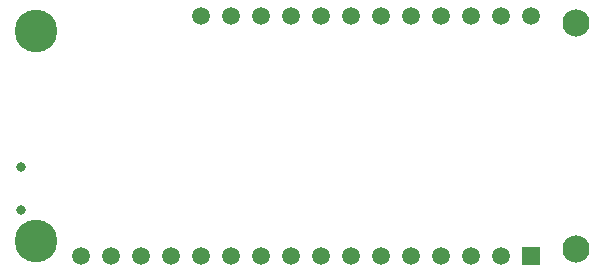
<source format=gts>
G04*
G04 #@! TF.GenerationSoftware,Altium Limited,Altium Designer,24.2.2 (26)*
G04*
G04 Layer_Color=8388736*
%FSLAX25Y25*%
%MOIN*%
G70*
G04*
G04 #@! TF.SameCoordinates,2439F8CB-51F8-4C0C-9BB0-1E6E72BC7716*
G04*
G04*
G04 #@! TF.FilePolarity,Negative*
G04*
G01*
G75*
%ADD13C,0.09061*%
%ADD14C,0.14243*%
%ADD15C,0.03150*%
%ADD16C,0.05943*%
%ADD17R,0.05943X0.05943*%
D13*
X90000Y-37750D02*
D03*
Y37500D02*
D03*
D14*
X-90000Y-35000D02*
D03*
Y35000D02*
D03*
D15*
X-95000Y-10315D02*
D03*
Y-24685D02*
D03*
D16*
X-75000Y-40000D02*
D03*
X-45000D02*
D03*
X75000Y40000D02*
D03*
X65000D02*
D03*
X55000D02*
D03*
X45000D02*
D03*
X35000D02*
D03*
X25000D02*
D03*
X15000D02*
D03*
X5000D02*
D03*
X-5000D02*
D03*
X-15000D02*
D03*
X-25000D02*
D03*
X-35000D02*
D03*
X65000Y-40000D02*
D03*
X55000D02*
D03*
X45000D02*
D03*
X35000D02*
D03*
X25000D02*
D03*
X15000D02*
D03*
X5000D02*
D03*
X-5000D02*
D03*
X-15000D02*
D03*
X-25000D02*
D03*
X-35000D02*
D03*
X-55000D02*
D03*
X-65000D02*
D03*
D17*
X75000D02*
D03*
M02*

</source>
